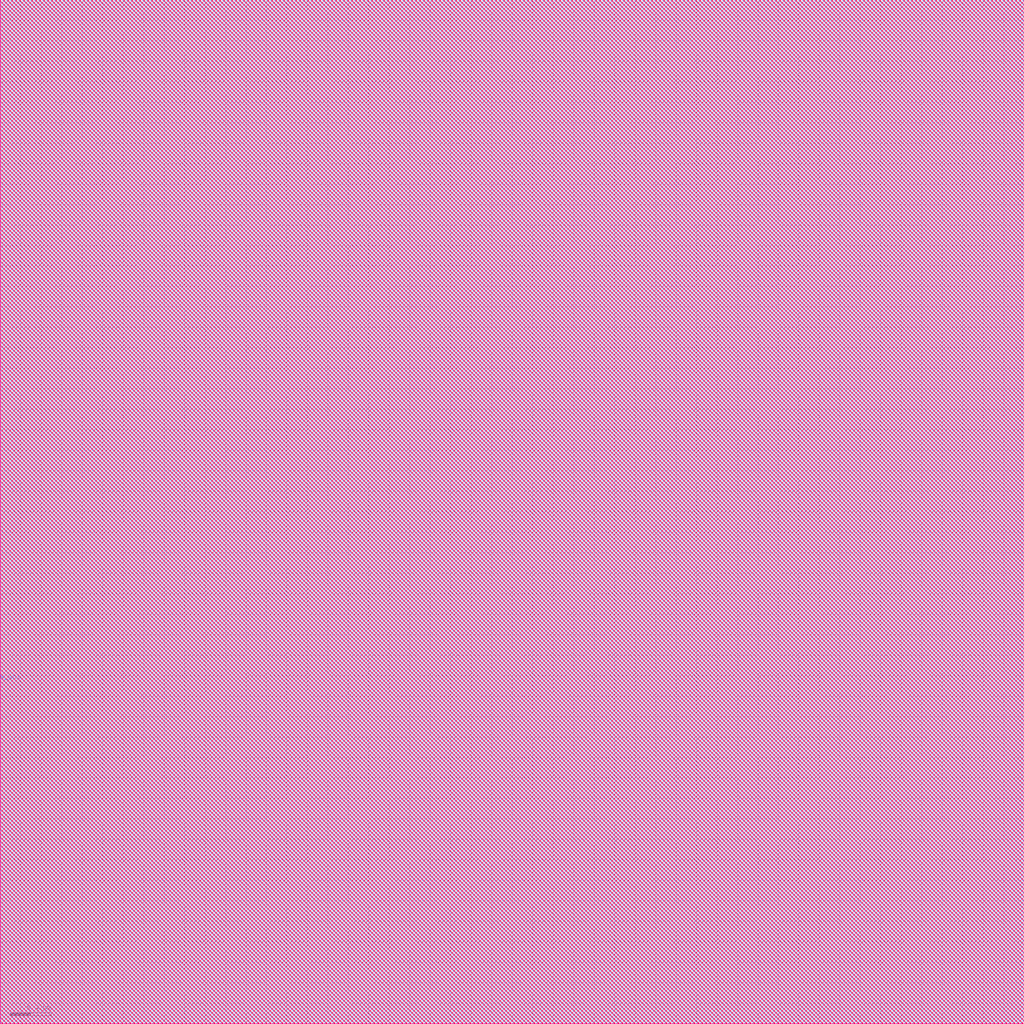
<source format=lef>
VERSION 5.7 ;
BUSBITCHARS "[]" ;
MACRO array_tile
  FOREIGN array_tile 0 0 ;
  SYMMETRY X Y R90 ;
  SIZE 10 BY 10 ;
  CLASS BLOCK ;
  PIN clk
    DIRECTION INPUT ;
    USE SIGNAL ;
    PORT
      LAYER metal4 ;
      RECT 0.000 9.9995 0.000467 10.00 ;
    END
  END clk
  PIN e_in
    DIRECTION INPUT ;
    USE SIGNAL ;
    PORT
      LAYER metal3 ;
      RECT 9.9977 3.3333 10.00 3.33567 ;
    END
  END e_in
  PIN e_out
    DIRECTION OUTPUT ;
    USE SIGNAL ;
    PORT
      LAYER metal3 ;
      RECT 9.9977 3.338 10.00 3.3403 ;
    END
  END e_out
  PIN w_in
    DIRECTION INPUT ;
    USE SIGNAL ;
    PORT
      LAYER metal3 ;
      RECT 0.000 3.338 0.00233 3.3403 ;
    END
  END w_in
  PIN w_out
    DIRECTION OUTPUT ;
    USE SIGNAL ;
    PORT
      LAYER metal3 ;
      RECT 0.000 3.3333 0.00233 3.33567 ;
    END
  END w_out
  OBS
    LAYER metal1 ;
    RECT 0 0 10 10 ;
    LAYER metal2 ;
    RECT 0 0 10 10 ;
    LAYER metal3 ;
    RECT 0 0 10 10 ;
    LAYER metal4 ;
    RECT 0 0 10 10 ;
    LAYER metal5 ;
    RECT 0 0 10 10 ;
    LAYER OVERLAP ;
    RECT 0 0 10 10 ;
  END
END array_tile

END LIBRARY

</source>
